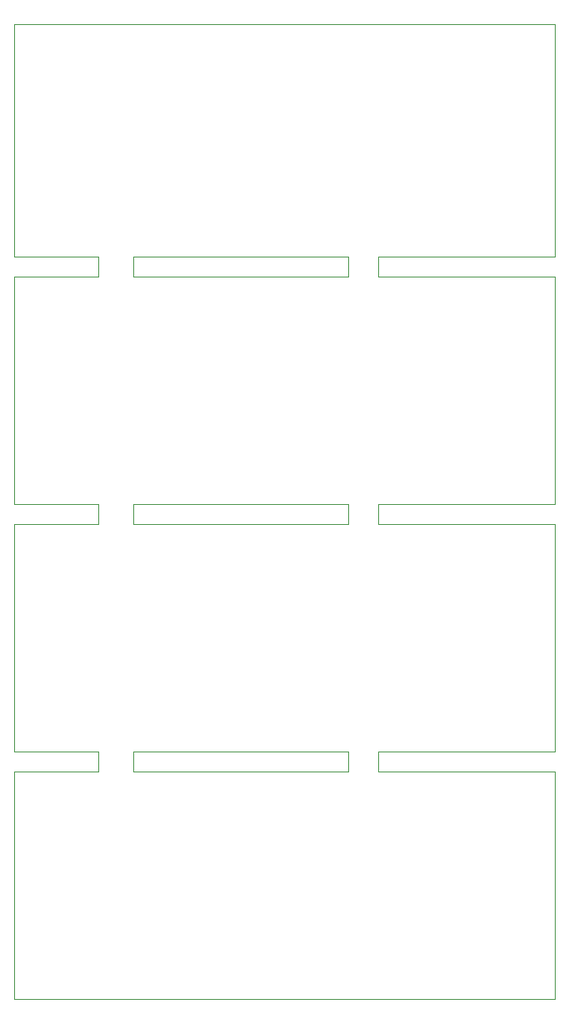
<source format=gbr>
G04 #@! TF.GenerationSoftware,KiCad,Pcbnew,(5.1.4)-1*
G04 #@! TF.CreationDate,2020-08-12T13:24:48+02:00*
G04 #@! TF.ProjectId,DMX_usb,444d585f-7573-4622-9e6b-696361645f70,rev?*
G04 #@! TF.SameCoordinates,Original*
G04 #@! TF.FileFunction,Profile,NP*
%FSLAX46Y46*%
G04 Gerber Fmt 4.6, Leading zero omitted, Abs format (unit mm)*
G04 Created by KiCad (PCBNEW (5.1.4)-1) date 2020-08-12 13:24:48*
%MOMM*%
%LPD*%
G04 APERTURE LIST*
%ADD10C,0.050000*%
G04 APERTURE END LIST*
D10*
X231140000Y-120142000D02*
X252984000Y-120142000D01*
X252984000Y-120142000D02*
X252984000Y-118110000D01*
X231140000Y-118110000D02*
X231140000Y-120142000D01*
X252984000Y-118110000D02*
X231140000Y-118110000D01*
X231140000Y-94996000D02*
X252984000Y-94996000D01*
X252984000Y-94996000D02*
X252984000Y-92964000D01*
X231140000Y-92964000D02*
X231140000Y-94996000D01*
X252984000Y-92964000D02*
X231140000Y-92964000D01*
X252984000Y-67818000D02*
X231140000Y-67818000D01*
X252984000Y-69850000D02*
X252984000Y-67818000D01*
X231140000Y-69850000D02*
X252984000Y-69850000D01*
X231140000Y-67818000D02*
X231140000Y-69850000D01*
X219000000Y-143256000D02*
X256286000Y-143256000D01*
X219000000Y-120142000D02*
X219000000Y-143256000D01*
X227584000Y-120142000D02*
X219000000Y-120142000D01*
X227584000Y-118110000D02*
X227584000Y-120142000D01*
X219000000Y-118110000D02*
X227584000Y-118110000D01*
X219000000Y-94996000D02*
X219000000Y-118110000D01*
X227584000Y-94996000D02*
X219000000Y-95000000D01*
X227584000Y-92964000D02*
X227584000Y-94996000D01*
X219000000Y-92964000D02*
X227584000Y-92964000D01*
X219000000Y-69850000D02*
X219000000Y-92964000D01*
X227584000Y-69850000D02*
X219000000Y-69850000D01*
X227584000Y-67818000D02*
X227584000Y-69850000D01*
X219000000Y-67818000D02*
X227584000Y-67818000D01*
X219000000Y-44196000D02*
X219000000Y-67818000D01*
X256032000Y-44196000D02*
X219000000Y-44196000D01*
X274000000Y-143256000D02*
X256286000Y-143256000D01*
X274000000Y-120142000D02*
X274000000Y-143256000D01*
X256032000Y-120142000D02*
X274000000Y-120142000D01*
X256032000Y-118110000D02*
X256032000Y-120142000D01*
X274000000Y-118110000D02*
X256032000Y-118110000D01*
X274000000Y-95000000D02*
X274000000Y-118114000D01*
X256032000Y-94996000D02*
X274000000Y-95000000D01*
X256032000Y-92964000D02*
X256032000Y-94996000D01*
X274000000Y-92964000D02*
X256032000Y-92964000D01*
X274000000Y-69850000D02*
X274000000Y-92964000D01*
X256032000Y-69850000D02*
X274000000Y-69850000D01*
X256032000Y-68834000D02*
X256032000Y-69850000D01*
X274000000Y-44196000D02*
X256032000Y-44196000D01*
X274000000Y-67818000D02*
X274000000Y-44196000D01*
X256032000Y-67818000D02*
X274000000Y-67818000D01*
X256032000Y-68834000D02*
X256032000Y-67818000D01*
M02*

</source>
